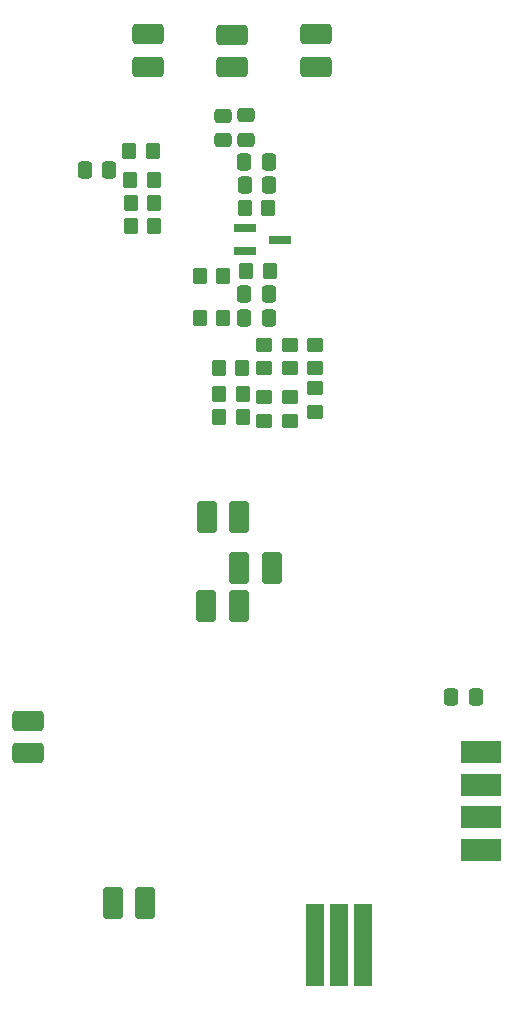
<source format=gbp>
G04 #@! TF.GenerationSoftware,KiCad,Pcbnew,6.0.11-2627ca5db0~126~ubuntu20.04.1*
G04 #@! TF.CreationDate,2023-09-26T13:35:35+05:00*
G04 #@! TF.ProjectId,33EJU23,3333454a-5532-4332-9e6b-696361645f70,rev?*
G04 #@! TF.SameCoordinates,Original*
G04 #@! TF.FileFunction,Paste,Bot*
G04 #@! TF.FilePolarity,Positive*
%FSLAX46Y46*%
G04 Gerber Fmt 4.6, Leading zero omitted, Abs format (unit mm)*
G04 Created by KiCad (PCBNEW 6.0.11-2627ca5db0~126~ubuntu20.04.1) date 2023-09-26 13:35:35*
%MOMM*%
%LPD*%
G01*
G04 APERTURE LIST*
G04 Aperture macros list*
%AMRoundRect*
0 Rectangle with rounded corners*
0 $1 Rounding radius*
0 $2 $3 $4 $5 $6 $7 $8 $9 X,Y pos of 4 corners*
0 Add a 4 corners polygon primitive as box body*
4,1,4,$2,$3,$4,$5,$6,$7,$8,$9,$2,$3,0*
0 Add four circle primitives for the rounded corners*
1,1,$1+$1,$2,$3*
1,1,$1+$1,$4,$5*
1,1,$1+$1,$6,$7*
1,1,$1+$1,$8,$9*
0 Add four rect primitives between the rounded corners*
20,1,$1+$1,$2,$3,$4,$5,0*
20,1,$1+$1,$4,$5,$6,$7,0*
20,1,$1+$1,$6,$7,$8,$9,0*
20,1,$1+$1,$8,$9,$2,$3,0*%
G04 Aperture macros list end*
%ADD10R,1.600000X7.000000*%
%ADD11RoundRect,0.250000X0.337500X0.475000X-0.337500X0.475000X-0.337500X-0.475000X0.337500X-0.475000X0*%
%ADD12R,3.480000X1.846667*%
%ADD13RoundRect,0.250000X0.350000X0.450000X-0.350000X0.450000X-0.350000X-0.450000X0.350000X-0.450000X0*%
%ADD14RoundRect,0.323962X0.534538X1.026038X-0.534538X1.026038X-0.534538X-1.026038X0.534538X-1.026038X0*%
%ADD15RoundRect,0.250000X-0.475000X0.337500X-0.475000X-0.337500X0.475000X-0.337500X0.475000X0.337500X0*%
%ADD16RoundRect,0.250000X-0.450000X0.350000X-0.450000X-0.350000X0.450000X-0.350000X0.450000X0.350000X0*%
%ADD17RoundRect,0.250000X-0.350000X-0.450000X0.350000X-0.450000X0.350000X0.450000X-0.350000X0.450000X0*%
%ADD18RoundRect,0.323962X1.026038X-0.534538X1.026038X0.534538X-1.026038X0.534538X-1.026038X-0.534538X0*%
%ADD19R,1.900000X0.800000*%
%ADD20RoundRect,0.323962X-0.534538X-1.026038X0.534538X-1.026038X0.534538X1.026038X-0.534538X1.026038X0*%
%ADD21RoundRect,0.250000X-0.337500X-0.475000X0.337500X-0.475000X0.337500X0.475000X-0.337500X0.475000X0*%
%ADD22RoundRect,0.323962X-1.026038X0.534538X-1.026038X-0.534538X1.026038X-0.534538X1.026038X0.534538X0*%
G04 APERTURE END LIST*
D10*
X64764318Y-109982000D03*
X66764318Y-109982000D03*
X62764318Y-109982000D03*
D11*
X76348500Y-89027000D03*
X74273500Y-89027000D03*
D12*
X76806700Y-101970400D03*
X76806700Y-99200400D03*
X76806700Y-96430400D03*
X76806700Y-93660400D03*
D13*
X49098200Y-45237400D03*
X47098200Y-45237400D03*
D14*
X56255806Y-81341871D03*
X53522806Y-81341871D03*
D15*
X54917866Y-39798144D03*
X54917866Y-41873144D03*
D16*
X60579000Y-63643000D03*
X60579000Y-65643000D03*
D13*
X49107600Y-47167800D03*
X47107600Y-47167800D03*
D17*
X52975000Y-53350000D03*
X54975000Y-53350000D03*
D16*
X62738000Y-59198000D03*
X62738000Y-61198000D03*
D14*
X56277514Y-73802621D03*
X53544514Y-73802621D03*
D16*
X60579000Y-59198000D03*
X60579000Y-61198000D03*
D17*
X56912000Y-52959000D03*
X58912000Y-52959000D03*
D11*
X58835431Y-45660948D03*
X56760431Y-45660948D03*
D13*
X58785000Y-47625000D03*
X56785000Y-47625000D03*
D18*
X62839600Y-35656500D03*
X62839600Y-32923500D03*
D16*
X58420000Y-59198000D03*
X58420000Y-61198000D03*
D13*
X56626000Y-65278000D03*
X54626000Y-65278000D03*
D11*
X45309700Y-44373800D03*
X43234700Y-44373800D03*
D19*
X56793000Y-51242000D03*
X56793000Y-49342000D03*
X59793000Y-50292000D03*
D18*
X55670885Y-35705289D03*
X55670885Y-32972289D03*
D20*
X56322000Y-78105000D03*
X59055000Y-78105000D03*
D16*
X62738000Y-62881000D03*
X62738000Y-64881000D03*
D13*
X56579549Y-61120603D03*
X54579549Y-61120603D03*
X49006000Y-42824400D03*
X47006000Y-42824400D03*
D21*
X56747500Y-43688000D03*
X58822500Y-43688000D03*
D11*
X58826053Y-54916607D03*
X56751053Y-54916607D03*
D16*
X58420000Y-63659000D03*
X58420000Y-65659000D03*
D22*
X38440809Y-91029507D03*
X38440809Y-93762507D03*
D15*
X56881067Y-39760813D03*
X56881067Y-41835813D03*
D21*
X56726000Y-56896000D03*
X58801000Y-56896000D03*
D13*
X49107600Y-49098200D03*
X47107600Y-49098200D03*
X56626000Y-63373000D03*
X54626000Y-63373000D03*
D17*
X52975000Y-56896000D03*
X54975000Y-56896000D03*
D18*
X48610635Y-35656500D03*
X48610635Y-32923500D03*
D20*
X45623500Y-106426000D03*
X48356500Y-106426000D03*
M02*

</source>
